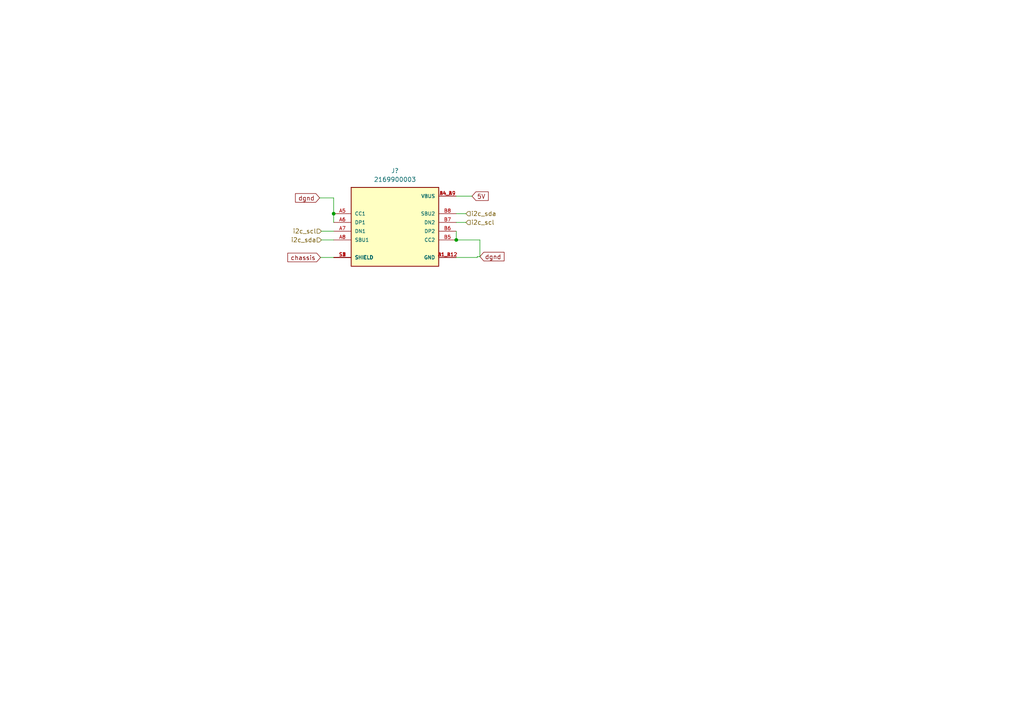
<source format=kicad_sch>
(kicad_sch (version 20211123) (generator eeschema)
  (paper "A4")
  (lib_symbols
    (symbol "teensy:2169900003" (pin_names (offset 1.016))
      (property "Reference" "J" (at -12.7 10.922 0))
      (property "Value" "2169900003" (at -12.7 -13.462 0))
      (symbol "2169900003_0_0"
        (rectangle (start -12.7 -12.7) (end 12.7 10.16) (stroke (width 0.254)) (fill (type background)))
        (pin power_in line (at 17.78 -10.16 180) (length 5.08) (name "GND") (number "A1_B12"))
        (pin power_in line (at 17.78 7.62 180) (length 5.08) (name "VBUS") (number "A4_B9"))
        (pin bidirectional line (at -17.78 2.54 0) (length 5.08) (name "CC1") (number "A5"))
        (pin bidirectional line (at -17.78 0 0) (length 5.08) (name "DP1") (number "A6"))
        (pin bidirectional line (at -17.78 -2.54 0) (length 5.08) (name "DN1") (number "A7"))
        (pin bidirectional line (at -17.78 -5.08 0) (length 5.08) (name "SBU1") (number "A8"))
        (pin power_in line (at 17.78 -10.16 180) (length 5.08) (name "GND") (number "B1_A12"))
        (pin power_in line (at 17.78 7.62 180) (length 5.08) (name "VBUS") (number "B4_A9"))
        (pin bidirectional line (at 17.78 -5.08 180) (length 5.08) (name "CC2") (number "B5"))
        (pin bidirectional line (at 17.78 -2.54 180) (length 5.08) (name "DP2") (number "B6"))
        (pin bidirectional line (at 17.78 0 180) (length 5.08) (name "DN2") (number "B7"))
        (pin bidirectional line (at 17.78 2.54 180) (length 5.08) (name "SBU2") (number "B8"))
        (pin passive line (at -17.78 -10.16 0) (length 5.08) (name "SHIELD") (number "S1"))
        (pin passive line (at -17.78 -10.16 0) (length 5.08) (name "SHIELD") (number "S2"))
        (pin passive line (at -17.78 -10.16 0) (length 5.08) (name "SHIELD") (number "S3"))
        (pin passive line (at -17.78 -10.16 0) (length 5.08) (name "SHIELD") (number "S4"))
      )
    )
  )
  (junction (at 96.774 61.976))
  (junction (at 132.334 69.596))
  (wire (pts (xy 132.334 74.676) (xy 138.43 74.676)))
  (wire (pts (xy 96.774 64.516) (xy 96.774 61.976)))
  (wire (pts (xy 132.334 64.516) (xy 135.128 64.516)))
  (wire (pts (xy 132.334 61.976) (xy 135.128 61.976)))
  (wire (pts (xy 139.192 69.596) (xy 139.192 74.422)))
  (wire (pts (xy 93.218 69.596) (xy 96.774 69.596)))
  (wire (pts (xy 96.774 57.404) (xy 92.71 57.404)))
  (wire (pts (xy 132.334 69.596) (xy 139.192 69.596)))
  (wire (pts (xy 138.43 74.422) (xy 139.192 74.422)))
  (wire (pts (xy 138.43 74.676) (xy 138.43 74.422)))
  (wire (pts (xy 132.334 67.056) (xy 132.334 69.596)))
  (wire (pts (xy 92.964 74.676) (xy 96.774 74.676)))
  (wire (pts (xy 132.334 56.896) (xy 136.906 56.896)))
  (wire (pts (xy 93.218 67.056) (xy 96.774 67.056)))
  (wire (pts (xy 96.774 61.976) (xy 96.774 57.404)))
  (global_label "dgnd" (shape input) (at 92.71 57.404 180) (property "Intersheet References" "${INTERSHEET_REFS}" (effects hide)))
  (global_label "5V" (shape input) (at 136.906 56.896 0) (property "Intersheet References" "${INTERSHEET_REFS}" (effects hide)))
  (global_label "dgnd" (shape input) (at 139.192 74.422 0) (property "Intersheet References" "${INTERSHEET_REFS}" (effects hide)))
  (global_label "chassis" (shape input) (at 92.964 74.676 180) (property "Intersheet References" "${INTERSHEET_REFS}" (effects hide)))
  (hierarchical_label "i2c_scl" (shape input) (at 135.128 64.516 0))
  (hierarchical_label "i2c_sda" (shape input) (at 93.218 69.596 180))
  (hierarchical_label "i2c_sda" (shape input) (at 135.128 61.976 0))
  (hierarchical_label "i2c_scl" (shape input) (at 93.218 67.056 180))
  (symbol (lib_id "teensy:2169900003") (at 114.554 64.516 0) (unit 1)
    (property "Reference" "J?" (at 114.554 49.53 0))
    (property "Value" "2169900003" (at 114.554 52.07 0))
    (property "Footprint" "teensy:MOLEX_2169900003" (effects hide))
    (property "STANDARD" "Manufacturer Recommendations" (effects hide))
    (property "PARTREV" "A1" (effects hide))
    (property "MANUFACTURER" "Molex" (effects hide))
    (property "SNAPEDA_PN" "2169900003" (effects hide))
    (property "MAXIMUM_PACKAGE_HEIGHT" "2.31 mm" (effects hide))
  )
)
</source>
